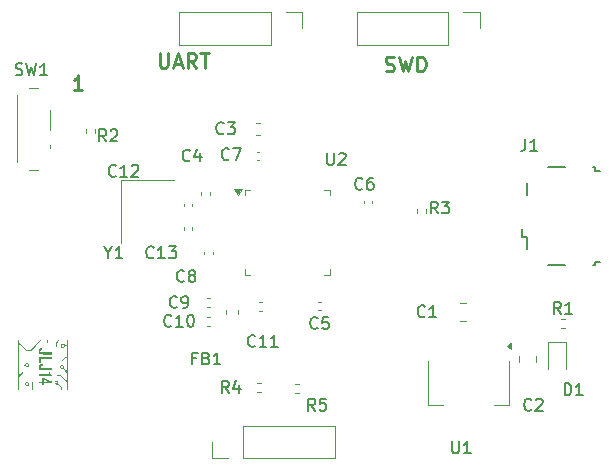
<source format=gbr>
%TF.GenerationSoftware,KiCad,Pcbnew,9.0.1*%
%TF.CreationDate,2025-06-08T22:19:25+02:00*%
%TF.ProjectId,STM32_Custom_Board,53544d33-325f-4437-9573-746f6d5f426f,rev?*%
%TF.SameCoordinates,Original*%
%TF.FileFunction,Legend,Top*%
%TF.FilePolarity,Positive*%
%FSLAX46Y46*%
G04 Gerber Fmt 4.6, Leading zero omitted, Abs format (unit mm)*
G04 Created by KiCad (PCBNEW 9.0.1) date 2025-06-08 22:19:25*
%MOMM*%
%LPD*%
G01*
G04 APERTURE LIST*
%ADD10C,0.250000*%
%ADD11C,0.150000*%
%ADD12C,0.000000*%
%ADD13C,0.120000*%
G04 APERTURE END LIST*
D10*
X74316853Y-64734023D02*
X73602568Y-64734023D01*
X73959711Y-64734023D02*
X73959711Y-63484023D01*
X73959711Y-63484023D02*
X73840663Y-63662595D01*
X73840663Y-63662595D02*
X73721615Y-63781642D01*
X73721615Y-63781642D02*
X73602568Y-63841166D01*
X80862092Y-61584023D02*
X80862092Y-62595928D01*
X80862092Y-62595928D02*
X80921615Y-62714976D01*
X80921615Y-62714976D02*
X80981139Y-62774500D01*
X80981139Y-62774500D02*
X81100187Y-62834023D01*
X81100187Y-62834023D02*
X81338282Y-62834023D01*
X81338282Y-62834023D02*
X81457330Y-62774500D01*
X81457330Y-62774500D02*
X81516853Y-62714976D01*
X81516853Y-62714976D02*
X81576377Y-62595928D01*
X81576377Y-62595928D02*
X81576377Y-61584023D01*
X82112092Y-62476880D02*
X82707330Y-62476880D01*
X81993044Y-62834023D02*
X82409711Y-61584023D01*
X82409711Y-61584023D02*
X82826377Y-62834023D01*
X83957330Y-62834023D02*
X83540664Y-62238785D01*
X83243045Y-62834023D02*
X83243045Y-61584023D01*
X83243045Y-61584023D02*
X83719235Y-61584023D01*
X83719235Y-61584023D02*
X83838283Y-61643547D01*
X83838283Y-61643547D02*
X83897806Y-61703071D01*
X83897806Y-61703071D02*
X83957330Y-61822119D01*
X83957330Y-61822119D02*
X83957330Y-62000690D01*
X83957330Y-62000690D02*
X83897806Y-62119738D01*
X83897806Y-62119738D02*
X83838283Y-62179261D01*
X83838283Y-62179261D02*
X83719235Y-62238785D01*
X83719235Y-62238785D02*
X83243045Y-62238785D01*
X84314473Y-61584023D02*
X85028759Y-61584023D01*
X84671616Y-62834023D02*
X84671616Y-61584023D01*
X100002568Y-63074500D02*
X100181139Y-63134023D01*
X100181139Y-63134023D02*
X100478758Y-63134023D01*
X100478758Y-63134023D02*
X100597806Y-63074500D01*
X100597806Y-63074500D02*
X100657330Y-63014976D01*
X100657330Y-63014976D02*
X100716853Y-62895928D01*
X100716853Y-62895928D02*
X100716853Y-62776880D01*
X100716853Y-62776880D02*
X100657330Y-62657833D01*
X100657330Y-62657833D02*
X100597806Y-62598309D01*
X100597806Y-62598309D02*
X100478758Y-62538785D01*
X100478758Y-62538785D02*
X100240663Y-62479261D01*
X100240663Y-62479261D02*
X100121615Y-62419738D01*
X100121615Y-62419738D02*
X100062092Y-62360214D01*
X100062092Y-62360214D02*
X100002568Y-62241166D01*
X100002568Y-62241166D02*
X100002568Y-62122119D01*
X100002568Y-62122119D02*
X100062092Y-62003071D01*
X100062092Y-62003071D02*
X100121615Y-61943547D01*
X100121615Y-61943547D02*
X100240663Y-61884023D01*
X100240663Y-61884023D02*
X100538282Y-61884023D01*
X100538282Y-61884023D02*
X100716853Y-61943547D01*
X101133520Y-61884023D02*
X101431139Y-63134023D01*
X101431139Y-63134023D02*
X101669234Y-62241166D01*
X101669234Y-62241166D02*
X101907329Y-63134023D01*
X101907329Y-63134023D02*
X102204949Y-61884023D01*
X102681139Y-63134023D02*
X102681139Y-61884023D01*
X102681139Y-61884023D02*
X102978758Y-61884023D01*
X102978758Y-61884023D02*
X103157329Y-61943547D01*
X103157329Y-61943547D02*
X103276377Y-62062595D01*
X103276377Y-62062595D02*
X103335900Y-62181642D01*
X103335900Y-62181642D02*
X103395424Y-62419738D01*
X103395424Y-62419738D02*
X103395424Y-62598309D01*
X103395424Y-62598309D02*
X103335900Y-62836404D01*
X103335900Y-62836404D02*
X103276377Y-62955452D01*
X103276377Y-62955452D02*
X103157329Y-63074500D01*
X103157329Y-63074500D02*
X102978758Y-63134023D01*
X102978758Y-63134023D02*
X102681139Y-63134023D01*
D11*
X105638095Y-94454819D02*
X105638095Y-95264342D01*
X105638095Y-95264342D02*
X105685714Y-95359580D01*
X105685714Y-95359580D02*
X105733333Y-95407200D01*
X105733333Y-95407200D02*
X105828571Y-95454819D01*
X105828571Y-95454819D02*
X106019047Y-95454819D01*
X106019047Y-95454819D02*
X106114285Y-95407200D01*
X106114285Y-95407200D02*
X106161904Y-95359580D01*
X106161904Y-95359580D02*
X106209523Y-95264342D01*
X106209523Y-95264342D02*
X106209523Y-94454819D01*
X107209523Y-95454819D02*
X106638095Y-95454819D01*
X106923809Y-95454819D02*
X106923809Y-94454819D01*
X106923809Y-94454819D02*
X106828571Y-94597676D01*
X106828571Y-94597676D02*
X106733333Y-94692914D01*
X106733333Y-94692914D02*
X106638095Y-94740533D01*
X103333333Y-83859580D02*
X103285714Y-83907200D01*
X103285714Y-83907200D02*
X103142857Y-83954819D01*
X103142857Y-83954819D02*
X103047619Y-83954819D01*
X103047619Y-83954819D02*
X102904762Y-83907200D01*
X102904762Y-83907200D02*
X102809524Y-83811961D01*
X102809524Y-83811961D02*
X102761905Y-83716723D01*
X102761905Y-83716723D02*
X102714286Y-83526247D01*
X102714286Y-83526247D02*
X102714286Y-83383390D01*
X102714286Y-83383390D02*
X102761905Y-83192914D01*
X102761905Y-83192914D02*
X102809524Y-83097676D01*
X102809524Y-83097676D02*
X102904762Y-83002438D01*
X102904762Y-83002438D02*
X103047619Y-82954819D01*
X103047619Y-82954819D02*
X103142857Y-82954819D01*
X103142857Y-82954819D02*
X103285714Y-83002438D01*
X103285714Y-83002438D02*
X103333333Y-83050057D01*
X104285714Y-83954819D02*
X103714286Y-83954819D01*
X104000000Y-83954819D02*
X104000000Y-82954819D01*
X104000000Y-82954819D02*
X103904762Y-83097676D01*
X103904762Y-83097676D02*
X103809524Y-83192914D01*
X103809524Y-83192914D02*
X103714286Y-83240533D01*
X82933333Y-80859580D02*
X82885714Y-80907200D01*
X82885714Y-80907200D02*
X82742857Y-80954819D01*
X82742857Y-80954819D02*
X82647619Y-80954819D01*
X82647619Y-80954819D02*
X82504762Y-80907200D01*
X82504762Y-80907200D02*
X82409524Y-80811961D01*
X82409524Y-80811961D02*
X82361905Y-80716723D01*
X82361905Y-80716723D02*
X82314286Y-80526247D01*
X82314286Y-80526247D02*
X82314286Y-80383390D01*
X82314286Y-80383390D02*
X82361905Y-80192914D01*
X82361905Y-80192914D02*
X82409524Y-80097676D01*
X82409524Y-80097676D02*
X82504762Y-80002438D01*
X82504762Y-80002438D02*
X82647619Y-79954819D01*
X82647619Y-79954819D02*
X82742857Y-79954819D01*
X82742857Y-79954819D02*
X82885714Y-80002438D01*
X82885714Y-80002438D02*
X82933333Y-80050057D01*
X83504762Y-80383390D02*
X83409524Y-80335771D01*
X83409524Y-80335771D02*
X83361905Y-80288152D01*
X83361905Y-80288152D02*
X83314286Y-80192914D01*
X83314286Y-80192914D02*
X83314286Y-80145295D01*
X83314286Y-80145295D02*
X83361905Y-80050057D01*
X83361905Y-80050057D02*
X83409524Y-80002438D01*
X83409524Y-80002438D02*
X83504762Y-79954819D01*
X83504762Y-79954819D02*
X83695238Y-79954819D01*
X83695238Y-79954819D02*
X83790476Y-80002438D01*
X83790476Y-80002438D02*
X83838095Y-80050057D01*
X83838095Y-80050057D02*
X83885714Y-80145295D01*
X83885714Y-80145295D02*
X83885714Y-80192914D01*
X83885714Y-80192914D02*
X83838095Y-80288152D01*
X83838095Y-80288152D02*
X83790476Y-80335771D01*
X83790476Y-80335771D02*
X83695238Y-80383390D01*
X83695238Y-80383390D02*
X83504762Y-80383390D01*
X83504762Y-80383390D02*
X83409524Y-80431009D01*
X83409524Y-80431009D02*
X83361905Y-80478628D01*
X83361905Y-80478628D02*
X83314286Y-80573866D01*
X83314286Y-80573866D02*
X83314286Y-80764342D01*
X83314286Y-80764342D02*
X83361905Y-80859580D01*
X83361905Y-80859580D02*
X83409524Y-80907200D01*
X83409524Y-80907200D02*
X83504762Y-80954819D01*
X83504762Y-80954819D02*
X83695238Y-80954819D01*
X83695238Y-80954819D02*
X83790476Y-80907200D01*
X83790476Y-80907200D02*
X83838095Y-80859580D01*
X83838095Y-80859580D02*
X83885714Y-80764342D01*
X83885714Y-80764342D02*
X83885714Y-80573866D01*
X83885714Y-80573866D02*
X83838095Y-80478628D01*
X83838095Y-80478628D02*
X83790476Y-80431009D01*
X83790476Y-80431009D02*
X83695238Y-80383390D01*
X98033333Y-73059580D02*
X97985714Y-73107200D01*
X97985714Y-73107200D02*
X97842857Y-73154819D01*
X97842857Y-73154819D02*
X97747619Y-73154819D01*
X97747619Y-73154819D02*
X97604762Y-73107200D01*
X97604762Y-73107200D02*
X97509524Y-73011961D01*
X97509524Y-73011961D02*
X97461905Y-72916723D01*
X97461905Y-72916723D02*
X97414286Y-72726247D01*
X97414286Y-72726247D02*
X97414286Y-72583390D01*
X97414286Y-72583390D02*
X97461905Y-72392914D01*
X97461905Y-72392914D02*
X97509524Y-72297676D01*
X97509524Y-72297676D02*
X97604762Y-72202438D01*
X97604762Y-72202438D02*
X97747619Y-72154819D01*
X97747619Y-72154819D02*
X97842857Y-72154819D01*
X97842857Y-72154819D02*
X97985714Y-72202438D01*
X97985714Y-72202438D02*
X98033333Y-72250057D01*
X98890476Y-72154819D02*
X98700000Y-72154819D01*
X98700000Y-72154819D02*
X98604762Y-72202438D01*
X98604762Y-72202438D02*
X98557143Y-72250057D01*
X98557143Y-72250057D02*
X98461905Y-72392914D01*
X98461905Y-72392914D02*
X98414286Y-72583390D01*
X98414286Y-72583390D02*
X98414286Y-72964342D01*
X98414286Y-72964342D02*
X98461905Y-73059580D01*
X98461905Y-73059580D02*
X98509524Y-73107200D01*
X98509524Y-73107200D02*
X98604762Y-73154819D01*
X98604762Y-73154819D02*
X98795238Y-73154819D01*
X98795238Y-73154819D02*
X98890476Y-73107200D01*
X98890476Y-73107200D02*
X98938095Y-73059580D01*
X98938095Y-73059580D02*
X98985714Y-72964342D01*
X98985714Y-72964342D02*
X98985714Y-72726247D01*
X98985714Y-72726247D02*
X98938095Y-72631009D01*
X98938095Y-72631009D02*
X98890476Y-72583390D01*
X98890476Y-72583390D02*
X98795238Y-72535771D01*
X98795238Y-72535771D02*
X98604762Y-72535771D01*
X98604762Y-72535771D02*
X98509524Y-72583390D01*
X98509524Y-72583390D02*
X98461905Y-72631009D01*
X98461905Y-72631009D02*
X98414286Y-72726247D01*
X94033333Y-91854819D02*
X93700000Y-91378628D01*
X93461905Y-91854819D02*
X93461905Y-90854819D01*
X93461905Y-90854819D02*
X93842857Y-90854819D01*
X93842857Y-90854819D02*
X93938095Y-90902438D01*
X93938095Y-90902438D02*
X93985714Y-90950057D01*
X93985714Y-90950057D02*
X94033333Y-91045295D01*
X94033333Y-91045295D02*
X94033333Y-91188152D01*
X94033333Y-91188152D02*
X93985714Y-91283390D01*
X93985714Y-91283390D02*
X93938095Y-91331009D01*
X93938095Y-91331009D02*
X93842857Y-91378628D01*
X93842857Y-91378628D02*
X93461905Y-91378628D01*
X94938095Y-90854819D02*
X94461905Y-90854819D01*
X94461905Y-90854819D02*
X94414286Y-91331009D01*
X94414286Y-91331009D02*
X94461905Y-91283390D01*
X94461905Y-91283390D02*
X94557143Y-91235771D01*
X94557143Y-91235771D02*
X94795238Y-91235771D01*
X94795238Y-91235771D02*
X94890476Y-91283390D01*
X94890476Y-91283390D02*
X94938095Y-91331009D01*
X94938095Y-91331009D02*
X94985714Y-91426247D01*
X94985714Y-91426247D02*
X94985714Y-91664342D01*
X94985714Y-91664342D02*
X94938095Y-91759580D01*
X94938095Y-91759580D02*
X94890476Y-91807200D01*
X94890476Y-91807200D02*
X94795238Y-91854819D01*
X94795238Y-91854819D02*
X94557143Y-91854819D01*
X94557143Y-91854819D02*
X94461905Y-91807200D01*
X94461905Y-91807200D02*
X94414286Y-91759580D01*
X81857142Y-84659580D02*
X81809523Y-84707200D01*
X81809523Y-84707200D02*
X81666666Y-84754819D01*
X81666666Y-84754819D02*
X81571428Y-84754819D01*
X81571428Y-84754819D02*
X81428571Y-84707200D01*
X81428571Y-84707200D02*
X81333333Y-84611961D01*
X81333333Y-84611961D02*
X81285714Y-84516723D01*
X81285714Y-84516723D02*
X81238095Y-84326247D01*
X81238095Y-84326247D02*
X81238095Y-84183390D01*
X81238095Y-84183390D02*
X81285714Y-83992914D01*
X81285714Y-83992914D02*
X81333333Y-83897676D01*
X81333333Y-83897676D02*
X81428571Y-83802438D01*
X81428571Y-83802438D02*
X81571428Y-83754819D01*
X81571428Y-83754819D02*
X81666666Y-83754819D01*
X81666666Y-83754819D02*
X81809523Y-83802438D01*
X81809523Y-83802438D02*
X81857142Y-83850057D01*
X82809523Y-84754819D02*
X82238095Y-84754819D01*
X82523809Y-84754819D02*
X82523809Y-83754819D01*
X82523809Y-83754819D02*
X82428571Y-83897676D01*
X82428571Y-83897676D02*
X82333333Y-83992914D01*
X82333333Y-83992914D02*
X82238095Y-84040533D01*
X83428571Y-83754819D02*
X83523809Y-83754819D01*
X83523809Y-83754819D02*
X83619047Y-83802438D01*
X83619047Y-83802438D02*
X83666666Y-83850057D01*
X83666666Y-83850057D02*
X83714285Y-83945295D01*
X83714285Y-83945295D02*
X83761904Y-84135771D01*
X83761904Y-84135771D02*
X83761904Y-84373866D01*
X83761904Y-84373866D02*
X83714285Y-84564342D01*
X83714285Y-84564342D02*
X83666666Y-84659580D01*
X83666666Y-84659580D02*
X83619047Y-84707200D01*
X83619047Y-84707200D02*
X83523809Y-84754819D01*
X83523809Y-84754819D02*
X83428571Y-84754819D01*
X83428571Y-84754819D02*
X83333333Y-84707200D01*
X83333333Y-84707200D02*
X83285714Y-84659580D01*
X83285714Y-84659580D02*
X83238095Y-84564342D01*
X83238095Y-84564342D02*
X83190476Y-84373866D01*
X83190476Y-84373866D02*
X83190476Y-84135771D01*
X83190476Y-84135771D02*
X83238095Y-83945295D01*
X83238095Y-83945295D02*
X83285714Y-83850057D01*
X83285714Y-83850057D02*
X83333333Y-83802438D01*
X83333333Y-83802438D02*
X83428571Y-83754819D01*
X82333333Y-83059580D02*
X82285714Y-83107200D01*
X82285714Y-83107200D02*
X82142857Y-83154819D01*
X82142857Y-83154819D02*
X82047619Y-83154819D01*
X82047619Y-83154819D02*
X81904762Y-83107200D01*
X81904762Y-83107200D02*
X81809524Y-83011961D01*
X81809524Y-83011961D02*
X81761905Y-82916723D01*
X81761905Y-82916723D02*
X81714286Y-82726247D01*
X81714286Y-82726247D02*
X81714286Y-82583390D01*
X81714286Y-82583390D02*
X81761905Y-82392914D01*
X81761905Y-82392914D02*
X81809524Y-82297676D01*
X81809524Y-82297676D02*
X81904762Y-82202438D01*
X81904762Y-82202438D02*
X82047619Y-82154819D01*
X82047619Y-82154819D02*
X82142857Y-82154819D01*
X82142857Y-82154819D02*
X82285714Y-82202438D01*
X82285714Y-82202438D02*
X82333333Y-82250057D01*
X82809524Y-83154819D02*
X83000000Y-83154819D01*
X83000000Y-83154819D02*
X83095238Y-83107200D01*
X83095238Y-83107200D02*
X83142857Y-83059580D01*
X83142857Y-83059580D02*
X83238095Y-82916723D01*
X83238095Y-82916723D02*
X83285714Y-82726247D01*
X83285714Y-82726247D02*
X83285714Y-82345295D01*
X83285714Y-82345295D02*
X83238095Y-82250057D01*
X83238095Y-82250057D02*
X83190476Y-82202438D01*
X83190476Y-82202438D02*
X83095238Y-82154819D01*
X83095238Y-82154819D02*
X82904762Y-82154819D01*
X82904762Y-82154819D02*
X82809524Y-82202438D01*
X82809524Y-82202438D02*
X82761905Y-82250057D01*
X82761905Y-82250057D02*
X82714286Y-82345295D01*
X82714286Y-82345295D02*
X82714286Y-82583390D01*
X82714286Y-82583390D02*
X82761905Y-82678628D01*
X82761905Y-82678628D02*
X82809524Y-82726247D01*
X82809524Y-82726247D02*
X82904762Y-82773866D01*
X82904762Y-82773866D02*
X83095238Y-82773866D01*
X83095238Y-82773866D02*
X83190476Y-82726247D01*
X83190476Y-82726247D02*
X83238095Y-82678628D01*
X83238095Y-82678628D02*
X83285714Y-82583390D01*
X112333333Y-91759580D02*
X112285714Y-91807200D01*
X112285714Y-91807200D02*
X112142857Y-91854819D01*
X112142857Y-91854819D02*
X112047619Y-91854819D01*
X112047619Y-91854819D02*
X111904762Y-91807200D01*
X111904762Y-91807200D02*
X111809524Y-91711961D01*
X111809524Y-91711961D02*
X111761905Y-91616723D01*
X111761905Y-91616723D02*
X111714286Y-91426247D01*
X111714286Y-91426247D02*
X111714286Y-91283390D01*
X111714286Y-91283390D02*
X111761905Y-91092914D01*
X111761905Y-91092914D02*
X111809524Y-90997676D01*
X111809524Y-90997676D02*
X111904762Y-90902438D01*
X111904762Y-90902438D02*
X112047619Y-90854819D01*
X112047619Y-90854819D02*
X112142857Y-90854819D01*
X112142857Y-90854819D02*
X112285714Y-90902438D01*
X112285714Y-90902438D02*
X112333333Y-90950057D01*
X112714286Y-90950057D02*
X112761905Y-90902438D01*
X112761905Y-90902438D02*
X112857143Y-90854819D01*
X112857143Y-90854819D02*
X113095238Y-90854819D01*
X113095238Y-90854819D02*
X113190476Y-90902438D01*
X113190476Y-90902438D02*
X113238095Y-90950057D01*
X113238095Y-90950057D02*
X113285714Y-91045295D01*
X113285714Y-91045295D02*
X113285714Y-91140533D01*
X113285714Y-91140533D02*
X113238095Y-91283390D01*
X113238095Y-91283390D02*
X112666667Y-91854819D01*
X112666667Y-91854819D02*
X113285714Y-91854819D01*
X86283333Y-68359580D02*
X86235714Y-68407200D01*
X86235714Y-68407200D02*
X86092857Y-68454819D01*
X86092857Y-68454819D02*
X85997619Y-68454819D01*
X85997619Y-68454819D02*
X85854762Y-68407200D01*
X85854762Y-68407200D02*
X85759524Y-68311961D01*
X85759524Y-68311961D02*
X85711905Y-68216723D01*
X85711905Y-68216723D02*
X85664286Y-68026247D01*
X85664286Y-68026247D02*
X85664286Y-67883390D01*
X85664286Y-67883390D02*
X85711905Y-67692914D01*
X85711905Y-67692914D02*
X85759524Y-67597676D01*
X85759524Y-67597676D02*
X85854762Y-67502438D01*
X85854762Y-67502438D02*
X85997619Y-67454819D01*
X85997619Y-67454819D02*
X86092857Y-67454819D01*
X86092857Y-67454819D02*
X86235714Y-67502438D01*
X86235714Y-67502438D02*
X86283333Y-67550057D01*
X86616667Y-67454819D02*
X87235714Y-67454819D01*
X87235714Y-67454819D02*
X86902381Y-67835771D01*
X86902381Y-67835771D02*
X87045238Y-67835771D01*
X87045238Y-67835771D02*
X87140476Y-67883390D01*
X87140476Y-67883390D02*
X87188095Y-67931009D01*
X87188095Y-67931009D02*
X87235714Y-68026247D01*
X87235714Y-68026247D02*
X87235714Y-68264342D01*
X87235714Y-68264342D02*
X87188095Y-68359580D01*
X87188095Y-68359580D02*
X87140476Y-68407200D01*
X87140476Y-68407200D02*
X87045238Y-68454819D01*
X87045238Y-68454819D02*
X86759524Y-68454819D01*
X86759524Y-68454819D02*
X86664286Y-68407200D01*
X86664286Y-68407200D02*
X86616667Y-68359580D01*
X111821666Y-68849819D02*
X111821666Y-69564104D01*
X111821666Y-69564104D02*
X111774047Y-69706961D01*
X111774047Y-69706961D02*
X111678809Y-69802200D01*
X111678809Y-69802200D02*
X111535952Y-69849819D01*
X111535952Y-69849819D02*
X111440714Y-69849819D01*
X112821666Y-69849819D02*
X112250238Y-69849819D01*
X112535952Y-69849819D02*
X112535952Y-68849819D01*
X112535952Y-68849819D02*
X112440714Y-68992676D01*
X112440714Y-68992676D02*
X112345476Y-69087914D01*
X112345476Y-69087914D02*
X112250238Y-69135533D01*
X114833333Y-83654819D02*
X114500000Y-83178628D01*
X114261905Y-83654819D02*
X114261905Y-82654819D01*
X114261905Y-82654819D02*
X114642857Y-82654819D01*
X114642857Y-82654819D02*
X114738095Y-82702438D01*
X114738095Y-82702438D02*
X114785714Y-82750057D01*
X114785714Y-82750057D02*
X114833333Y-82845295D01*
X114833333Y-82845295D02*
X114833333Y-82988152D01*
X114833333Y-82988152D02*
X114785714Y-83083390D01*
X114785714Y-83083390D02*
X114738095Y-83131009D01*
X114738095Y-83131009D02*
X114642857Y-83178628D01*
X114642857Y-83178628D02*
X114261905Y-83178628D01*
X115785714Y-83654819D02*
X115214286Y-83654819D01*
X115500000Y-83654819D02*
X115500000Y-82654819D01*
X115500000Y-82654819D02*
X115404762Y-82797676D01*
X115404762Y-82797676D02*
X115309524Y-82892914D01*
X115309524Y-82892914D02*
X115214286Y-82940533D01*
X86733333Y-90354819D02*
X86400000Y-89878628D01*
X86161905Y-90354819D02*
X86161905Y-89354819D01*
X86161905Y-89354819D02*
X86542857Y-89354819D01*
X86542857Y-89354819D02*
X86638095Y-89402438D01*
X86638095Y-89402438D02*
X86685714Y-89450057D01*
X86685714Y-89450057D02*
X86733333Y-89545295D01*
X86733333Y-89545295D02*
X86733333Y-89688152D01*
X86733333Y-89688152D02*
X86685714Y-89783390D01*
X86685714Y-89783390D02*
X86638095Y-89831009D01*
X86638095Y-89831009D02*
X86542857Y-89878628D01*
X86542857Y-89878628D02*
X86161905Y-89878628D01*
X87590476Y-89688152D02*
X87590476Y-90354819D01*
X87352381Y-89307200D02*
X87114286Y-90021485D01*
X87114286Y-90021485D02*
X87733333Y-90021485D01*
X95038095Y-70054819D02*
X95038095Y-70864342D01*
X95038095Y-70864342D02*
X95085714Y-70959580D01*
X95085714Y-70959580D02*
X95133333Y-71007200D01*
X95133333Y-71007200D02*
X95228571Y-71054819D01*
X95228571Y-71054819D02*
X95419047Y-71054819D01*
X95419047Y-71054819D02*
X95514285Y-71007200D01*
X95514285Y-71007200D02*
X95561904Y-70959580D01*
X95561904Y-70959580D02*
X95609523Y-70864342D01*
X95609523Y-70864342D02*
X95609523Y-70054819D01*
X96038095Y-70150057D02*
X96085714Y-70102438D01*
X96085714Y-70102438D02*
X96180952Y-70054819D01*
X96180952Y-70054819D02*
X96419047Y-70054819D01*
X96419047Y-70054819D02*
X96514285Y-70102438D01*
X96514285Y-70102438D02*
X96561904Y-70150057D01*
X96561904Y-70150057D02*
X96609523Y-70245295D01*
X96609523Y-70245295D02*
X96609523Y-70340533D01*
X96609523Y-70340533D02*
X96561904Y-70483390D01*
X96561904Y-70483390D02*
X95990476Y-71054819D01*
X95990476Y-71054819D02*
X96609523Y-71054819D01*
X80357142Y-78859580D02*
X80309523Y-78907200D01*
X80309523Y-78907200D02*
X80166666Y-78954819D01*
X80166666Y-78954819D02*
X80071428Y-78954819D01*
X80071428Y-78954819D02*
X79928571Y-78907200D01*
X79928571Y-78907200D02*
X79833333Y-78811961D01*
X79833333Y-78811961D02*
X79785714Y-78716723D01*
X79785714Y-78716723D02*
X79738095Y-78526247D01*
X79738095Y-78526247D02*
X79738095Y-78383390D01*
X79738095Y-78383390D02*
X79785714Y-78192914D01*
X79785714Y-78192914D02*
X79833333Y-78097676D01*
X79833333Y-78097676D02*
X79928571Y-78002438D01*
X79928571Y-78002438D02*
X80071428Y-77954819D01*
X80071428Y-77954819D02*
X80166666Y-77954819D01*
X80166666Y-77954819D02*
X80309523Y-78002438D01*
X80309523Y-78002438D02*
X80357142Y-78050057D01*
X81309523Y-78954819D02*
X80738095Y-78954819D01*
X81023809Y-78954819D02*
X81023809Y-77954819D01*
X81023809Y-77954819D02*
X80928571Y-78097676D01*
X80928571Y-78097676D02*
X80833333Y-78192914D01*
X80833333Y-78192914D02*
X80738095Y-78240533D01*
X81642857Y-77954819D02*
X82261904Y-77954819D01*
X82261904Y-77954819D02*
X81928571Y-78335771D01*
X81928571Y-78335771D02*
X82071428Y-78335771D01*
X82071428Y-78335771D02*
X82166666Y-78383390D01*
X82166666Y-78383390D02*
X82214285Y-78431009D01*
X82214285Y-78431009D02*
X82261904Y-78526247D01*
X82261904Y-78526247D02*
X82261904Y-78764342D01*
X82261904Y-78764342D02*
X82214285Y-78859580D01*
X82214285Y-78859580D02*
X82166666Y-78907200D01*
X82166666Y-78907200D02*
X82071428Y-78954819D01*
X82071428Y-78954819D02*
X81785714Y-78954819D01*
X81785714Y-78954819D02*
X81690476Y-78907200D01*
X81690476Y-78907200D02*
X81642857Y-78859580D01*
X76523809Y-78478628D02*
X76523809Y-78954819D01*
X76190476Y-77954819D02*
X76523809Y-78478628D01*
X76523809Y-78478628D02*
X76857142Y-77954819D01*
X77714285Y-78954819D02*
X77142857Y-78954819D01*
X77428571Y-78954819D02*
X77428571Y-77954819D01*
X77428571Y-77954819D02*
X77333333Y-78097676D01*
X77333333Y-78097676D02*
X77238095Y-78192914D01*
X77238095Y-78192914D02*
X77142857Y-78240533D01*
X77157142Y-71959580D02*
X77109523Y-72007200D01*
X77109523Y-72007200D02*
X76966666Y-72054819D01*
X76966666Y-72054819D02*
X76871428Y-72054819D01*
X76871428Y-72054819D02*
X76728571Y-72007200D01*
X76728571Y-72007200D02*
X76633333Y-71911961D01*
X76633333Y-71911961D02*
X76585714Y-71816723D01*
X76585714Y-71816723D02*
X76538095Y-71626247D01*
X76538095Y-71626247D02*
X76538095Y-71483390D01*
X76538095Y-71483390D02*
X76585714Y-71292914D01*
X76585714Y-71292914D02*
X76633333Y-71197676D01*
X76633333Y-71197676D02*
X76728571Y-71102438D01*
X76728571Y-71102438D02*
X76871428Y-71054819D01*
X76871428Y-71054819D02*
X76966666Y-71054819D01*
X76966666Y-71054819D02*
X77109523Y-71102438D01*
X77109523Y-71102438D02*
X77157142Y-71150057D01*
X78109523Y-72054819D02*
X77538095Y-72054819D01*
X77823809Y-72054819D02*
X77823809Y-71054819D01*
X77823809Y-71054819D02*
X77728571Y-71197676D01*
X77728571Y-71197676D02*
X77633333Y-71292914D01*
X77633333Y-71292914D02*
X77538095Y-71340533D01*
X78490476Y-71150057D02*
X78538095Y-71102438D01*
X78538095Y-71102438D02*
X78633333Y-71054819D01*
X78633333Y-71054819D02*
X78871428Y-71054819D01*
X78871428Y-71054819D02*
X78966666Y-71102438D01*
X78966666Y-71102438D02*
X79014285Y-71150057D01*
X79014285Y-71150057D02*
X79061904Y-71245295D01*
X79061904Y-71245295D02*
X79061904Y-71340533D01*
X79061904Y-71340533D02*
X79014285Y-71483390D01*
X79014285Y-71483390D02*
X78442857Y-72054819D01*
X78442857Y-72054819D02*
X79061904Y-72054819D01*
X88957142Y-86359580D02*
X88909523Y-86407200D01*
X88909523Y-86407200D02*
X88766666Y-86454819D01*
X88766666Y-86454819D02*
X88671428Y-86454819D01*
X88671428Y-86454819D02*
X88528571Y-86407200D01*
X88528571Y-86407200D02*
X88433333Y-86311961D01*
X88433333Y-86311961D02*
X88385714Y-86216723D01*
X88385714Y-86216723D02*
X88338095Y-86026247D01*
X88338095Y-86026247D02*
X88338095Y-85883390D01*
X88338095Y-85883390D02*
X88385714Y-85692914D01*
X88385714Y-85692914D02*
X88433333Y-85597676D01*
X88433333Y-85597676D02*
X88528571Y-85502438D01*
X88528571Y-85502438D02*
X88671428Y-85454819D01*
X88671428Y-85454819D02*
X88766666Y-85454819D01*
X88766666Y-85454819D02*
X88909523Y-85502438D01*
X88909523Y-85502438D02*
X88957142Y-85550057D01*
X89909523Y-86454819D02*
X89338095Y-86454819D01*
X89623809Y-86454819D02*
X89623809Y-85454819D01*
X89623809Y-85454819D02*
X89528571Y-85597676D01*
X89528571Y-85597676D02*
X89433333Y-85692914D01*
X89433333Y-85692914D02*
X89338095Y-85740533D01*
X90861904Y-86454819D02*
X90290476Y-86454819D01*
X90576190Y-86454819D02*
X90576190Y-85454819D01*
X90576190Y-85454819D02*
X90480952Y-85597676D01*
X90480952Y-85597676D02*
X90385714Y-85692914D01*
X90385714Y-85692914D02*
X90290476Y-85740533D01*
X83433333Y-70659580D02*
X83385714Y-70707200D01*
X83385714Y-70707200D02*
X83242857Y-70754819D01*
X83242857Y-70754819D02*
X83147619Y-70754819D01*
X83147619Y-70754819D02*
X83004762Y-70707200D01*
X83004762Y-70707200D02*
X82909524Y-70611961D01*
X82909524Y-70611961D02*
X82861905Y-70516723D01*
X82861905Y-70516723D02*
X82814286Y-70326247D01*
X82814286Y-70326247D02*
X82814286Y-70183390D01*
X82814286Y-70183390D02*
X82861905Y-69992914D01*
X82861905Y-69992914D02*
X82909524Y-69897676D01*
X82909524Y-69897676D02*
X83004762Y-69802438D01*
X83004762Y-69802438D02*
X83147619Y-69754819D01*
X83147619Y-69754819D02*
X83242857Y-69754819D01*
X83242857Y-69754819D02*
X83385714Y-69802438D01*
X83385714Y-69802438D02*
X83433333Y-69850057D01*
X84290476Y-70088152D02*
X84290476Y-70754819D01*
X84052381Y-69707200D02*
X83814286Y-70421485D01*
X83814286Y-70421485D02*
X84433333Y-70421485D01*
X76333333Y-69054819D02*
X76000000Y-68578628D01*
X75761905Y-69054819D02*
X75761905Y-68054819D01*
X75761905Y-68054819D02*
X76142857Y-68054819D01*
X76142857Y-68054819D02*
X76238095Y-68102438D01*
X76238095Y-68102438D02*
X76285714Y-68150057D01*
X76285714Y-68150057D02*
X76333333Y-68245295D01*
X76333333Y-68245295D02*
X76333333Y-68388152D01*
X76333333Y-68388152D02*
X76285714Y-68483390D01*
X76285714Y-68483390D02*
X76238095Y-68531009D01*
X76238095Y-68531009D02*
X76142857Y-68578628D01*
X76142857Y-68578628D02*
X75761905Y-68578628D01*
X76714286Y-68150057D02*
X76761905Y-68102438D01*
X76761905Y-68102438D02*
X76857143Y-68054819D01*
X76857143Y-68054819D02*
X77095238Y-68054819D01*
X77095238Y-68054819D02*
X77190476Y-68102438D01*
X77190476Y-68102438D02*
X77238095Y-68150057D01*
X77238095Y-68150057D02*
X77285714Y-68245295D01*
X77285714Y-68245295D02*
X77285714Y-68340533D01*
X77285714Y-68340533D02*
X77238095Y-68483390D01*
X77238095Y-68483390D02*
X76666667Y-69054819D01*
X76666667Y-69054819D02*
X77285714Y-69054819D01*
X104433333Y-75154819D02*
X104100000Y-74678628D01*
X103861905Y-75154819D02*
X103861905Y-74154819D01*
X103861905Y-74154819D02*
X104242857Y-74154819D01*
X104242857Y-74154819D02*
X104338095Y-74202438D01*
X104338095Y-74202438D02*
X104385714Y-74250057D01*
X104385714Y-74250057D02*
X104433333Y-74345295D01*
X104433333Y-74345295D02*
X104433333Y-74488152D01*
X104433333Y-74488152D02*
X104385714Y-74583390D01*
X104385714Y-74583390D02*
X104338095Y-74631009D01*
X104338095Y-74631009D02*
X104242857Y-74678628D01*
X104242857Y-74678628D02*
X103861905Y-74678628D01*
X104766667Y-74154819D02*
X105385714Y-74154819D01*
X105385714Y-74154819D02*
X105052381Y-74535771D01*
X105052381Y-74535771D02*
X105195238Y-74535771D01*
X105195238Y-74535771D02*
X105290476Y-74583390D01*
X105290476Y-74583390D02*
X105338095Y-74631009D01*
X105338095Y-74631009D02*
X105385714Y-74726247D01*
X105385714Y-74726247D02*
X105385714Y-74964342D01*
X105385714Y-74964342D02*
X105338095Y-75059580D01*
X105338095Y-75059580D02*
X105290476Y-75107200D01*
X105290476Y-75107200D02*
X105195238Y-75154819D01*
X105195238Y-75154819D02*
X104909524Y-75154819D01*
X104909524Y-75154819D02*
X104814286Y-75107200D01*
X104814286Y-75107200D02*
X104766667Y-75059580D01*
X86733333Y-70559580D02*
X86685714Y-70607200D01*
X86685714Y-70607200D02*
X86542857Y-70654819D01*
X86542857Y-70654819D02*
X86447619Y-70654819D01*
X86447619Y-70654819D02*
X86304762Y-70607200D01*
X86304762Y-70607200D02*
X86209524Y-70511961D01*
X86209524Y-70511961D02*
X86161905Y-70416723D01*
X86161905Y-70416723D02*
X86114286Y-70226247D01*
X86114286Y-70226247D02*
X86114286Y-70083390D01*
X86114286Y-70083390D02*
X86161905Y-69892914D01*
X86161905Y-69892914D02*
X86209524Y-69797676D01*
X86209524Y-69797676D02*
X86304762Y-69702438D01*
X86304762Y-69702438D02*
X86447619Y-69654819D01*
X86447619Y-69654819D02*
X86542857Y-69654819D01*
X86542857Y-69654819D02*
X86685714Y-69702438D01*
X86685714Y-69702438D02*
X86733333Y-69750057D01*
X87066667Y-69654819D02*
X87733333Y-69654819D01*
X87733333Y-69654819D02*
X87304762Y-70654819D01*
X115161905Y-90554819D02*
X115161905Y-89554819D01*
X115161905Y-89554819D02*
X115400000Y-89554819D01*
X115400000Y-89554819D02*
X115542857Y-89602438D01*
X115542857Y-89602438D02*
X115638095Y-89697676D01*
X115638095Y-89697676D02*
X115685714Y-89792914D01*
X115685714Y-89792914D02*
X115733333Y-89983390D01*
X115733333Y-89983390D02*
X115733333Y-90126247D01*
X115733333Y-90126247D02*
X115685714Y-90316723D01*
X115685714Y-90316723D02*
X115638095Y-90411961D01*
X115638095Y-90411961D02*
X115542857Y-90507200D01*
X115542857Y-90507200D02*
X115400000Y-90554819D01*
X115400000Y-90554819D02*
X115161905Y-90554819D01*
X116685714Y-90554819D02*
X116114286Y-90554819D01*
X116400000Y-90554819D02*
X116400000Y-89554819D01*
X116400000Y-89554819D02*
X116304762Y-89697676D01*
X116304762Y-89697676D02*
X116209524Y-89792914D01*
X116209524Y-89792914D02*
X116114286Y-89840533D01*
X83966666Y-87431009D02*
X83633333Y-87431009D01*
X83633333Y-87954819D02*
X83633333Y-86954819D01*
X83633333Y-86954819D02*
X84109523Y-86954819D01*
X84823809Y-87431009D02*
X84966666Y-87478628D01*
X84966666Y-87478628D02*
X85014285Y-87526247D01*
X85014285Y-87526247D02*
X85061904Y-87621485D01*
X85061904Y-87621485D02*
X85061904Y-87764342D01*
X85061904Y-87764342D02*
X85014285Y-87859580D01*
X85014285Y-87859580D02*
X84966666Y-87907200D01*
X84966666Y-87907200D02*
X84871428Y-87954819D01*
X84871428Y-87954819D02*
X84490476Y-87954819D01*
X84490476Y-87954819D02*
X84490476Y-86954819D01*
X84490476Y-86954819D02*
X84823809Y-86954819D01*
X84823809Y-86954819D02*
X84919047Y-87002438D01*
X84919047Y-87002438D02*
X84966666Y-87050057D01*
X84966666Y-87050057D02*
X85014285Y-87145295D01*
X85014285Y-87145295D02*
X85014285Y-87240533D01*
X85014285Y-87240533D02*
X84966666Y-87335771D01*
X84966666Y-87335771D02*
X84919047Y-87383390D01*
X84919047Y-87383390D02*
X84823809Y-87431009D01*
X84823809Y-87431009D02*
X84490476Y-87431009D01*
X86014285Y-87954819D02*
X85442857Y-87954819D01*
X85728571Y-87954819D02*
X85728571Y-86954819D01*
X85728571Y-86954819D02*
X85633333Y-87097676D01*
X85633333Y-87097676D02*
X85538095Y-87192914D01*
X85538095Y-87192914D02*
X85442857Y-87240533D01*
X94233333Y-84859580D02*
X94185714Y-84907200D01*
X94185714Y-84907200D02*
X94042857Y-84954819D01*
X94042857Y-84954819D02*
X93947619Y-84954819D01*
X93947619Y-84954819D02*
X93804762Y-84907200D01*
X93804762Y-84907200D02*
X93709524Y-84811961D01*
X93709524Y-84811961D02*
X93661905Y-84716723D01*
X93661905Y-84716723D02*
X93614286Y-84526247D01*
X93614286Y-84526247D02*
X93614286Y-84383390D01*
X93614286Y-84383390D02*
X93661905Y-84192914D01*
X93661905Y-84192914D02*
X93709524Y-84097676D01*
X93709524Y-84097676D02*
X93804762Y-84002438D01*
X93804762Y-84002438D02*
X93947619Y-83954819D01*
X93947619Y-83954819D02*
X94042857Y-83954819D01*
X94042857Y-83954819D02*
X94185714Y-84002438D01*
X94185714Y-84002438D02*
X94233333Y-84050057D01*
X95138095Y-83954819D02*
X94661905Y-83954819D01*
X94661905Y-83954819D02*
X94614286Y-84431009D01*
X94614286Y-84431009D02*
X94661905Y-84383390D01*
X94661905Y-84383390D02*
X94757143Y-84335771D01*
X94757143Y-84335771D02*
X94995238Y-84335771D01*
X94995238Y-84335771D02*
X95090476Y-84383390D01*
X95090476Y-84383390D02*
X95138095Y-84431009D01*
X95138095Y-84431009D02*
X95185714Y-84526247D01*
X95185714Y-84526247D02*
X95185714Y-84764342D01*
X95185714Y-84764342D02*
X95138095Y-84859580D01*
X95138095Y-84859580D02*
X95090476Y-84907200D01*
X95090476Y-84907200D02*
X94995238Y-84954819D01*
X94995238Y-84954819D02*
X94757143Y-84954819D01*
X94757143Y-84954819D02*
X94661905Y-84907200D01*
X94661905Y-84907200D02*
X94614286Y-84859580D01*
X68666667Y-63407200D02*
X68809524Y-63454819D01*
X68809524Y-63454819D02*
X69047619Y-63454819D01*
X69047619Y-63454819D02*
X69142857Y-63407200D01*
X69142857Y-63407200D02*
X69190476Y-63359580D01*
X69190476Y-63359580D02*
X69238095Y-63264342D01*
X69238095Y-63264342D02*
X69238095Y-63169104D01*
X69238095Y-63169104D02*
X69190476Y-63073866D01*
X69190476Y-63073866D02*
X69142857Y-63026247D01*
X69142857Y-63026247D02*
X69047619Y-62978628D01*
X69047619Y-62978628D02*
X68857143Y-62931009D01*
X68857143Y-62931009D02*
X68761905Y-62883390D01*
X68761905Y-62883390D02*
X68714286Y-62835771D01*
X68714286Y-62835771D02*
X68666667Y-62740533D01*
X68666667Y-62740533D02*
X68666667Y-62645295D01*
X68666667Y-62645295D02*
X68714286Y-62550057D01*
X68714286Y-62550057D02*
X68761905Y-62502438D01*
X68761905Y-62502438D02*
X68857143Y-62454819D01*
X68857143Y-62454819D02*
X69095238Y-62454819D01*
X69095238Y-62454819D02*
X69238095Y-62502438D01*
X69571429Y-62454819D02*
X69809524Y-63454819D01*
X69809524Y-63454819D02*
X70000000Y-62740533D01*
X70000000Y-62740533D02*
X70190476Y-63454819D01*
X70190476Y-63454819D02*
X70428572Y-62454819D01*
X71333333Y-63454819D02*
X70761905Y-63454819D01*
X71047619Y-63454819D02*
X71047619Y-62454819D01*
X71047619Y-62454819D02*
X70952381Y-62597676D01*
X70952381Y-62597676D02*
X70857143Y-62692914D01*
X70857143Y-62692914D02*
X70761905Y-62740533D01*
D12*
%TO.C,G\u002A\u002A\u002A*%
G36*
X72076147Y-85859349D02*
G01*
X72174573Y-85859368D01*
X72267054Y-85859397D01*
X72353123Y-85859437D01*
X72432315Y-85859488D01*
X72504163Y-85859549D01*
X72568202Y-85859620D01*
X72623967Y-85859701D01*
X72670992Y-85859793D01*
X72708810Y-85859896D01*
X72715392Y-85859918D01*
X73060912Y-85861138D01*
X73114632Y-85861328D01*
X73114632Y-87995305D01*
X73114632Y-90129283D01*
X71000000Y-90129283D01*
X68885368Y-90129283D01*
X68885368Y-87995315D01*
X68885368Y-87986817D01*
X69551282Y-87986817D01*
X69551668Y-88014770D01*
X69557133Y-88033121D01*
X69572251Y-88059090D01*
X69591988Y-88078090D01*
X69614949Y-88090400D01*
X69639737Y-88096300D01*
X69664957Y-88096070D01*
X69689212Y-88089989D01*
X69711105Y-88078337D01*
X69729242Y-88061394D01*
X69742225Y-88039439D01*
X69748659Y-88012751D01*
X69748806Y-87994735D01*
X69742424Y-87965256D01*
X69728898Y-87940813D01*
X69709750Y-87921940D01*
X69686504Y-87909171D01*
X69660681Y-87903039D01*
X69633805Y-87904079D01*
X69607399Y-87912824D01*
X69582986Y-87929807D01*
X69577899Y-87934844D01*
X69560117Y-87959740D01*
X69551282Y-87986817D01*
X68885368Y-87986817D01*
X68885368Y-86138120D01*
X68939089Y-86138120D01*
X68939089Y-87049525D01*
X68939089Y-87960930D01*
X69193507Y-87960930D01*
X69251707Y-87960961D01*
X69300957Y-87960971D01*
X69342071Y-87960836D01*
X69375866Y-87960430D01*
X69403157Y-87959631D01*
X69424761Y-87958312D01*
X69441492Y-87956351D01*
X69454168Y-87953623D01*
X69463604Y-87950002D01*
X69470615Y-87945366D01*
X69476018Y-87939589D01*
X69480628Y-87932547D01*
X69485261Y-87924116D01*
X69489834Y-87915751D01*
X69512024Y-87885027D01*
X69540963Y-87857833D01*
X69573663Y-87836913D01*
X69577995Y-87834815D01*
X69593778Y-87828211D01*
X69608516Y-87824275D01*
X69625776Y-87822362D01*
X69649126Y-87821824D01*
X69649766Y-87821822D01*
X69660681Y-87821973D01*
X69672178Y-87822133D01*
X69688471Y-87823659D01*
X69702282Y-87827154D01*
X69717248Y-87833370D01*
X69726062Y-87837617D01*
X69761687Y-87860466D01*
X69790922Y-87890499D01*
X69812484Y-87925889D01*
X69819107Y-87941579D01*
X69823049Y-87956132D01*
X69824957Y-87973110D01*
X69825475Y-87996074D01*
X69825476Y-87997558D01*
X69825037Y-88020731D01*
X69823254Y-88037861D01*
X69819427Y-88052649D01*
X69812858Y-88068797D01*
X69811440Y-88071899D01*
X69792786Y-88102433D01*
X69767132Y-88130546D01*
X69737237Y-88153446D01*
X69722919Y-88161414D01*
X69710231Y-88167002D01*
X69697902Y-88170546D01*
X69683128Y-88172488D01*
X69663101Y-88173272D01*
X69647222Y-88173370D01*
X69622845Y-88173089D01*
X69605551Y-88171964D01*
X69592665Y-88169568D01*
X69581511Y-88165478D01*
X69573967Y-88161732D01*
X69541008Y-88141039D01*
X69514484Y-88116424D01*
X69492535Y-88087108D01*
X69481014Y-88070412D01*
X69469983Y-88056307D01*
X69461538Y-88047437D01*
X69460451Y-88046598D01*
X69457048Y-88044909D01*
X69451542Y-88043487D01*
X69443145Y-88042311D01*
X69431070Y-88041358D01*
X69414530Y-88040607D01*
X69392736Y-88040034D01*
X69364902Y-88039617D01*
X69330240Y-88039335D01*
X69287962Y-88039165D01*
X69237280Y-88039084D01*
X69194395Y-88039069D01*
X68939089Y-88039069D01*
X68939089Y-88481042D01*
X68939127Y-88545818D01*
X68939236Y-88607737D01*
X68939413Y-88666111D01*
X68939650Y-88720252D01*
X68939943Y-88769473D01*
X68940286Y-88813088D01*
X68940673Y-88850408D01*
X68941100Y-88880747D01*
X68941561Y-88903417D01*
X68942050Y-88917730D01*
X68942562Y-88923001D01*
X68942590Y-88923015D01*
X68946637Y-88919666D01*
X68956902Y-88910064D01*
X68972706Y-88894871D01*
X68993373Y-88874750D01*
X69018224Y-88850364D01*
X69046582Y-88822376D01*
X69077768Y-88791450D01*
X69111104Y-88758249D01*
X69114980Y-88754380D01*
X69154285Y-88715199D01*
X69187346Y-88682416D01*
X69214774Y-88655469D01*
X69237177Y-88633798D01*
X69255167Y-88616840D01*
X69269353Y-88604035D01*
X69280346Y-88594822D01*
X69288754Y-88588640D01*
X69295190Y-88584926D01*
X69300261Y-88583121D01*
X69301392Y-88582901D01*
X69319210Y-88584060D01*
X69332192Y-88593119D01*
X69338924Y-88608829D01*
X69339550Y-88616586D01*
X69339070Y-88620441D01*
X69337284Y-88625091D01*
X69333674Y-88631096D01*
X69327722Y-88639015D01*
X69318911Y-88649406D01*
X69306724Y-88662828D01*
X69290641Y-88679839D01*
X69270145Y-88701000D01*
X69244720Y-88726868D01*
X69213846Y-88758001D01*
X69177006Y-88794960D01*
X69139320Y-88832667D01*
X68939089Y-89032853D01*
X68939089Y-89554207D01*
X68939089Y-90075562D01*
X69512921Y-90075562D01*
X70086753Y-90075562D01*
X70086753Y-89756340D01*
X70086758Y-89692694D01*
X70086790Y-89638089D01*
X70086869Y-89591799D01*
X70087018Y-89553099D01*
X70087259Y-89521262D01*
X70087615Y-89495563D01*
X70088107Y-89475275D01*
X70088758Y-89459673D01*
X70089589Y-89448030D01*
X70090623Y-89439621D01*
X70091882Y-89433719D01*
X70093388Y-89429599D01*
X70095163Y-89426535D01*
X70096875Y-89424250D01*
X70110679Y-89413513D01*
X70126757Y-89411081D01*
X70142241Y-89416954D01*
X70149886Y-89424250D01*
X70151904Y-89426989D01*
X70153634Y-89430175D01*
X70155099Y-89434534D01*
X70156320Y-89440792D01*
X70157320Y-89449675D01*
X70158120Y-89461909D01*
X70158743Y-89478220D01*
X70159212Y-89499334D01*
X70159548Y-89525977D01*
X70159773Y-89558874D01*
X70159909Y-89598752D01*
X70159979Y-89646338D01*
X70160005Y-89702356D01*
X70160008Y-89756340D01*
X70160008Y-90075562D01*
X71324765Y-90075562D01*
X72489522Y-90075562D01*
X72489522Y-89966278D01*
X72489522Y-89856994D01*
X72362446Y-89733888D01*
X72235370Y-89610781D01*
X72219598Y-89621313D01*
X72193227Y-89637224D01*
X72169640Y-89647021D01*
X72145138Y-89651893D01*
X72120804Y-89653051D01*
X72098470Y-89652493D01*
X72081742Y-89650162D01*
X72066506Y-89645221D01*
X72053885Y-89639448D01*
X72021194Y-89618329D01*
X71995338Y-89591140D01*
X71976910Y-89559229D01*
X71966499Y-89523941D01*
X71965477Y-89502777D01*
X72045249Y-89502777D01*
X72049957Y-89526336D01*
X72056102Y-89538856D01*
X72070426Y-89554247D01*
X72089503Y-89566597D01*
X72110019Y-89574272D01*
X72128661Y-89575633D01*
X72130063Y-89575403D01*
X72155461Y-89565862D01*
X72176884Y-89548281D01*
X72190701Y-89527806D01*
X72198661Y-89503719D01*
X72197447Y-89480718D01*
X72186928Y-89457137D01*
X72184908Y-89453997D01*
X72171321Y-89439790D01*
X72152281Y-89427361D01*
X72131723Y-89418866D01*
X72116106Y-89416346D01*
X72096843Y-89420463D01*
X72077128Y-89431057D01*
X72060698Y-89445781D01*
X72054162Y-89455259D01*
X72046621Y-89477795D01*
X72045249Y-89502777D01*
X71965477Y-89502777D01*
X71964697Y-89486624D01*
X71971278Y-89451237D01*
X71986068Y-89417491D01*
X72007976Y-89387722D01*
X72035249Y-89363976D01*
X72055997Y-89352299D01*
X72082847Y-89344024D01*
X72114006Y-89340262D01*
X72116106Y-89340314D01*
X72145822Y-89341044D01*
X72174644Y-89346402D01*
X72187592Y-89351170D01*
X72217050Y-89369284D01*
X72243715Y-89394182D01*
X72264539Y-89422887D01*
X72268435Y-89430226D01*
X72275193Y-89445407D01*
X72279380Y-89459547D01*
X72281654Y-89476015D01*
X72282672Y-89498180D01*
X72282786Y-89503740D01*
X72283606Y-89549704D01*
X72423192Y-89689351D01*
X72562777Y-89828999D01*
X72562777Y-89952280D01*
X72562777Y-90075562D01*
X72811844Y-90075562D01*
X73060912Y-90075562D01*
X73060912Y-89792372D01*
X73060912Y-89509182D01*
X72773996Y-89223586D01*
X72487080Y-88937990D01*
X72329581Y-88937828D01*
X72286137Y-88937759D01*
X72251405Y-88937609D01*
X72224328Y-88937317D01*
X72203851Y-88936818D01*
X72188918Y-88936051D01*
X72178473Y-88934953D01*
X72171460Y-88933461D01*
X72166824Y-88931512D01*
X72163508Y-88929044D01*
X72162315Y-88927898D01*
X72154095Y-88913442D01*
X72153774Y-88896748D01*
X72161336Y-88881303D01*
X72162505Y-88879982D01*
X72165316Y-88877173D01*
X72168640Y-88874905D01*
X72173475Y-88873121D01*
X72180819Y-88871761D01*
X72191671Y-88870769D01*
X72207028Y-88870087D01*
X72227889Y-88869656D01*
X72255252Y-88869419D01*
X72290115Y-88869318D01*
X72333476Y-88869294D01*
X72346848Y-88869294D01*
X72521233Y-88869294D01*
X72791072Y-89139101D01*
X73060912Y-89408907D01*
X73061020Y-89027997D01*
X73061128Y-88647087D01*
X72887841Y-88474937D01*
X72844728Y-88432302D01*
X72806931Y-88395328D01*
X72774683Y-88364236D01*
X72748217Y-88339244D01*
X72727765Y-88320570D01*
X72713559Y-88308434D01*
X72705833Y-88303054D01*
X72704874Y-88302788D01*
X72694324Y-88305186D01*
X72681054Y-88311073D01*
X72679043Y-88312205D01*
X72665116Y-88318308D01*
X72646422Y-88324017D01*
X72633289Y-88326904D01*
X72594411Y-88329172D01*
X72556707Y-88322534D01*
X72521777Y-88307661D01*
X72491223Y-88285227D01*
X72467522Y-88257245D01*
X72448916Y-88221064D01*
X72439413Y-88183688D01*
X72438944Y-88160482D01*
X72518730Y-88160482D01*
X72522237Y-88187885D01*
X72525403Y-88196725D01*
X72536982Y-88215184D01*
X72554290Y-88232267D01*
X72574114Y-88245313D01*
X72591405Y-88251395D01*
X72616252Y-88252751D01*
X72637521Y-88246786D01*
X72657764Y-88233345D01*
X72677764Y-88211405D01*
X72689977Y-88185973D01*
X72693945Y-88158922D01*
X72689207Y-88132130D01*
X72684979Y-88122308D01*
X72670535Y-88101360D01*
X72651596Y-88087749D01*
X72626613Y-88080561D01*
X72611723Y-88079108D01*
X72592998Y-88078699D01*
X72579924Y-88080464D01*
X72568465Y-88085307D01*
X72559648Y-88090745D01*
X72537989Y-88110200D01*
X72524165Y-88134017D01*
X72518730Y-88160482D01*
X72438944Y-88160482D01*
X72438659Y-88146361D01*
X72446301Y-88110326D01*
X72461983Y-88076828D01*
X72485351Y-88047111D01*
X72516052Y-88022418D01*
X72537772Y-88010565D01*
X72571963Y-87999800D01*
X72592998Y-87998237D01*
X72609052Y-87997044D01*
X72646382Y-88002270D01*
X72674083Y-88011927D01*
X72705626Y-88031107D01*
X72733203Y-88057174D01*
X72754565Y-88087748D01*
X72763084Y-88106236D01*
X72768741Y-88123632D01*
X72771484Y-88139821D01*
X72771812Y-88158989D01*
X72771075Y-88173370D01*
X72769413Y-88194393D01*
X72767376Y-88213751D01*
X72765373Y-88227649D01*
X72765134Y-88228866D01*
X72764435Y-88233068D01*
X72764585Y-88237238D01*
X72766192Y-88242073D01*
X72769865Y-88248272D01*
X72776210Y-88256530D01*
X72785838Y-88267545D01*
X72799355Y-88282014D01*
X72817370Y-88300635D01*
X72840491Y-88324105D01*
X72869326Y-88353121D01*
X72902777Y-88386670D01*
X72933571Y-88417446D01*
X72962460Y-88446144D01*
X72988666Y-88472004D01*
X73011412Y-88494266D01*
X73029918Y-88512169D01*
X73043407Y-88524954D01*
X73051101Y-88531861D01*
X73052365Y-88532798D01*
X73053658Y-88533158D01*
X73054814Y-88532382D01*
X73055841Y-88529958D01*
X73056745Y-88525373D01*
X73057536Y-88518115D01*
X73058220Y-88507672D01*
X73058805Y-88493532D01*
X73059299Y-88475183D01*
X73059710Y-88452113D01*
X73060045Y-88423809D01*
X73060311Y-88389760D01*
X73060518Y-88349454D01*
X73060671Y-88302377D01*
X73060779Y-88248019D01*
X73060849Y-88185867D01*
X73060890Y-88115409D01*
X73060908Y-88036133D01*
X73060912Y-87961102D01*
X73060912Y-87384657D01*
X72983664Y-87384657D01*
X72906417Y-87384657D01*
X72775577Y-87516516D01*
X72741812Y-87550482D01*
X72714159Y-87578111D01*
X72691901Y-87600048D01*
X72674318Y-87616936D01*
X72660693Y-87629420D01*
X72650306Y-87638144D01*
X72642440Y-87643752D01*
X72636376Y-87646889D01*
X72631395Y-87648198D01*
X72628529Y-87648375D01*
X72612474Y-87643956D01*
X72599624Y-87632529D01*
X72592643Y-87616836D01*
X72592079Y-87610826D01*
X72595479Y-87603628D01*
X72605217Y-87590398D01*
X72620599Y-87571887D01*
X72640931Y-87548844D01*
X72665521Y-87522017D01*
X72693675Y-87492155D01*
X72724698Y-87460008D01*
X72757899Y-87426324D01*
X72792582Y-87391852D01*
X72816204Y-87368785D01*
X72875403Y-87311401D01*
X72968157Y-87311401D01*
X73060912Y-87311401D01*
X73060912Y-86864545D01*
X73060912Y-86417689D01*
X72969035Y-86417689D01*
X72877159Y-86417689D01*
X72864890Y-86431119D01*
X72855359Y-86442917D01*
X72843981Y-86458883D01*
X72836846Y-86469814D01*
X72810031Y-86504655D01*
X72778542Y-86531931D01*
X72743556Y-86551504D01*
X72706256Y-86563235D01*
X72667820Y-86566985D01*
X72629429Y-86562618D01*
X72592261Y-86549993D01*
X72557498Y-86528973D01*
X72531801Y-86505578D01*
X72506631Y-86471797D01*
X72490015Y-86435096D01*
X72481702Y-86396750D01*
X72481499Y-86366804D01*
X72563958Y-86366804D01*
X72564077Y-86384513D01*
X72565780Y-86404797D01*
X72569598Y-86419597D01*
X72576806Y-86433159D01*
X72580220Y-86438192D01*
X72602030Y-86461493D01*
X72628096Y-86476823D01*
X72656779Y-86483997D01*
X72686440Y-86482831D01*
X72715438Y-86473140D01*
X72740477Y-86456226D01*
X72760911Y-86432612D01*
X72773057Y-86406318D01*
X72777409Y-86378827D01*
X72774457Y-86351621D01*
X72764695Y-86326185D01*
X72748615Y-86304001D01*
X72726708Y-86286553D01*
X72699467Y-86275324D01*
X72679375Y-86272080D01*
X72645969Y-86273699D01*
X72617338Y-86283621D01*
X72593876Y-86301701D01*
X72591717Y-86304081D01*
X72576131Y-86324521D01*
X72567312Y-86344168D01*
X72563958Y-86366804D01*
X72481499Y-86366804D01*
X72481439Y-86358031D01*
X72488974Y-86320214D01*
X72504055Y-86284573D01*
X72526431Y-86252380D01*
X72555850Y-86224911D01*
X72591493Y-86203699D01*
X72622157Y-86193723D01*
X72657504Y-86188830D01*
X72679375Y-86189042D01*
X72693782Y-86189181D01*
X72727238Y-86194933D01*
X72735714Y-86197578D01*
X72765129Y-86211089D01*
X72792964Y-86229640D01*
X72816248Y-86251006D01*
X72828764Y-86267258D01*
X72839502Y-86284543D01*
X72851399Y-86303846D01*
X72856067Y-86311469D01*
X72870233Y-86334666D01*
X72965572Y-86334666D01*
X73060912Y-86334666D01*
X73060912Y-86124668D01*
X73060912Y-85914670D01*
X72700694Y-85914670D01*
X72340475Y-85914670D01*
X72246641Y-86008681D01*
X72152807Y-86102692D01*
X72151456Y-86288985D01*
X72151087Y-86336705D01*
X72150703Y-86375621D01*
X72150253Y-86406694D01*
X72149685Y-86430888D01*
X72148947Y-86449164D01*
X72147986Y-86462486D01*
X72146751Y-86471815D01*
X72145188Y-86478114D01*
X72143246Y-86482347D01*
X72140874Y-86485474D01*
X72140803Y-86485553D01*
X72127151Y-86494082D01*
X72110604Y-86495532D01*
X72094965Y-86489935D01*
X72089250Y-86485139D01*
X72086791Y-86482211D01*
X72084774Y-86478594D01*
X72083155Y-86473360D01*
X72081891Y-86465581D01*
X72080937Y-86454328D01*
X72080251Y-86438674D01*
X72079788Y-86417691D01*
X72079504Y-86390450D01*
X72079356Y-86356023D01*
X72079300Y-86313483D01*
X72079293Y-86273974D01*
X72079293Y-86073497D01*
X72158597Y-85994084D01*
X72237901Y-85914670D01*
X71806972Y-85914670D01*
X71376043Y-85914670D01*
X71376043Y-86038974D01*
X71375806Y-86085016D01*
X71375098Y-86121889D01*
X71373926Y-86149440D01*
X71372296Y-86167518D01*
X71370526Y-86175387D01*
X71360233Y-86188017D01*
X71345638Y-86194458D01*
X71329756Y-86194540D01*
X71315599Y-86188090D01*
X71307969Y-86178943D01*
X71306243Y-86170651D01*
X71304840Y-86153205D01*
X71303783Y-86127214D01*
X71303095Y-86093287D01*
X71302798Y-86052033D01*
X71302788Y-86041967D01*
X71302788Y-85914670D01*
X71078555Y-85914670D01*
X70854322Y-85914670D01*
X70401163Y-86371294D01*
X69948004Y-86827917D01*
X69791367Y-86827917D01*
X69634731Y-86827917D01*
X69603128Y-86795796D01*
X69594990Y-86787620D01*
X69580461Y-86773127D01*
X69560094Y-86752867D01*
X69534444Y-86727390D01*
X69504065Y-86697245D01*
X69469512Y-86662983D01*
X69431339Y-86625152D01*
X69390100Y-86584303D01*
X69346349Y-86540985D01*
X69300642Y-86495748D01*
X69255307Y-86450898D01*
X68939089Y-86138120D01*
X68885368Y-86138120D01*
X68885368Y-85914670D01*
X68938805Y-85914670D01*
X68940168Y-85976937D01*
X68941531Y-86039204D01*
X69300886Y-86396933D01*
X69660241Y-86754662D01*
X69786823Y-86754662D01*
X69913404Y-86754662D01*
X70333378Y-86334666D01*
X70753353Y-85914670D01*
X69846079Y-85914670D01*
X68938805Y-85914670D01*
X68885368Y-85914670D01*
X68885368Y-85861348D01*
X69846079Y-85860553D01*
X70600760Y-85859928D01*
X70734212Y-85859823D01*
X70867308Y-85859728D01*
X70999580Y-85859643D01*
X71130563Y-85859569D01*
X71259792Y-85859505D01*
X71386801Y-85859452D01*
X71511123Y-85859408D01*
X71632294Y-85859376D01*
X71749848Y-85859353D01*
X71863318Y-85859341D01*
X71972240Y-85859340D01*
X72076147Y-85859349D01*
G37*
G36*
X69672217Y-89423946D02*
G01*
X69688557Y-89425515D01*
X69702434Y-89429058D01*
X69717494Y-89435333D01*
X69726062Y-89439463D01*
X69760793Y-89461395D01*
X69788247Y-89488590D01*
X69808437Y-89519817D01*
X69821374Y-89553845D01*
X69827072Y-89589442D01*
X69825541Y-89625380D01*
X69816794Y-89660425D01*
X69800843Y-89693349D01*
X69777700Y-89722920D01*
X69747376Y-89747906D01*
X69722919Y-89761531D01*
X69707313Y-89768233D01*
X69693389Y-89772333D01*
X69677759Y-89774442D01*
X69657038Y-89775173D01*
X69647222Y-89775216D01*
X69623545Y-89774830D01*
X69606294Y-89773281D01*
X69592142Y-89769986D01*
X69577763Y-89764359D01*
X69573007Y-89762176D01*
X69541554Y-89742686D01*
X69513694Y-89716339D01*
X69492093Y-89685810D01*
X69487152Y-89676060D01*
X69479126Y-89652235D01*
X69473990Y-89623919D01*
X69471987Y-89594533D01*
X69472001Y-89594263D01*
X69550743Y-89594263D01*
X69550911Y-89604991D01*
X69553229Y-89626130D01*
X69558667Y-89642359D01*
X69566171Y-89654887D01*
X69583590Y-89673158D01*
X69606573Y-89687891D01*
X69631548Y-89697175D01*
X69649402Y-89699412D01*
X69677664Y-89694668D01*
X69703350Y-89681834D01*
X69724849Y-89662530D01*
X69740550Y-89638379D01*
X69748844Y-89611003D01*
X69749731Y-89598340D01*
X69747568Y-89583153D01*
X69742096Y-89564757D01*
X69737962Y-89554693D01*
X69721963Y-89530927D01*
X69700288Y-89513734D01*
X69674807Y-89503483D01*
X69647389Y-89500542D01*
X69619903Y-89505282D01*
X69594218Y-89518071D01*
X69585852Y-89524646D01*
X69566006Y-89545844D01*
X69554681Y-89568180D01*
X69550743Y-89594263D01*
X69472001Y-89594263D01*
X69473365Y-89567498D01*
X69477932Y-89547364D01*
X69497668Y-89507396D01*
X69524440Y-89473967D01*
X69557811Y-89447558D01*
X69578264Y-89436461D01*
X69593837Y-89429901D01*
X69608373Y-89425994D01*
X69625408Y-89424104D01*
X69647389Y-89423616D01*
X69648481Y-89423592D01*
X69649766Y-89423591D01*
X69672217Y-89423946D01*
G37*
G36*
X70874546Y-86550913D02*
G01*
X70886822Y-86555146D01*
X70895223Y-86561535D01*
X70900207Y-86567029D01*
X70903577Y-86573000D01*
X70905647Y-86581372D01*
X70906733Y-86594071D01*
X70907148Y-86613021D01*
X70907210Y-86634790D01*
X70906820Y-86664647D01*
X70905139Y-86686120D01*
X70901403Y-86700576D01*
X70894847Y-86709384D01*
X70884709Y-86713913D01*
X70870222Y-86715530D01*
X70862036Y-86715673D01*
X70833395Y-86719540D01*
X70809938Y-86731323D01*
X70790742Y-86751592D01*
X70782749Y-86764541D01*
X70771292Y-86794358D01*
X70767821Y-86825329D01*
X70771893Y-86855587D01*
X70783065Y-86883265D01*
X70800894Y-86906498D01*
X70819791Y-86920707D01*
X70841281Y-86932916D01*
X71280812Y-86934158D01*
X71720343Y-86935400D01*
X71728889Y-86945688D01*
X71732956Y-86955720D01*
X71735897Y-86973097D01*
X71737710Y-86995461D01*
X71738397Y-87020457D01*
X71737957Y-87045725D01*
X71736390Y-87068909D01*
X71733696Y-87087652D01*
X71729876Y-87099596D01*
X71728889Y-87101071D01*
X71720343Y-87111588D01*
X71271044Y-87110018D01*
X71193954Y-87109736D01*
X71126012Y-87109454D01*
X71066597Y-87109160D01*
X71015090Y-87108841D01*
X70970871Y-87108483D01*
X70933321Y-87108074D01*
X70901818Y-87107601D01*
X70875744Y-87107050D01*
X70854479Y-87106410D01*
X70837403Y-87105667D01*
X70823896Y-87104808D01*
X70813338Y-87103820D01*
X70805110Y-87102691D01*
X70798591Y-87101407D01*
X70793583Y-87100082D01*
X70747123Y-87082069D01*
X70707758Y-87057560D01*
X70675108Y-87026181D01*
X70648798Y-86987556D01*
X70628449Y-86941310D01*
X70625760Y-86933299D01*
X70618133Y-86901803D01*
X70613019Y-86864271D01*
X70610587Y-86824150D01*
X70611008Y-86784886D01*
X70614450Y-86749926D01*
X70616259Y-86740011D01*
X70629975Y-86694530D01*
X70651156Y-86654770D01*
X70679904Y-86620010D01*
X70712733Y-86592281D01*
X70748902Y-86572386D01*
X70790507Y-86559255D01*
X70804314Y-86556484D01*
X70834912Y-86551672D01*
X70857783Y-86549785D01*
X70874546Y-86550913D01*
G37*
G36*
X70978909Y-87901276D02*
G01*
X70996555Y-87903595D01*
X71008184Y-87908856D01*
X71015046Y-87918088D01*
X71018393Y-87932322D01*
X71019473Y-87952587D01*
X71019536Y-87979915D01*
X71019535Y-87982907D01*
X71019493Y-88010798D01*
X71018533Y-88031600D01*
X71015405Y-88046396D01*
X71008858Y-88056274D01*
X70997642Y-88062317D01*
X70980506Y-88065612D01*
X70956201Y-88067244D01*
X70923475Y-88068298D01*
X70921080Y-88068371D01*
X70887920Y-88069579D01*
X70862938Y-88071284D01*
X70844548Y-88074074D01*
X70831161Y-88078537D01*
X70821189Y-88085262D01*
X70813045Y-88094838D01*
X70805141Y-88107853D01*
X70802733Y-88112231D01*
X70790860Y-88142431D01*
X70786427Y-88174011D01*
X70789063Y-88205084D01*
X70798396Y-88233762D01*
X70814052Y-88258159D01*
X70835065Y-88276030D01*
X70838052Y-88277696D01*
X70841566Y-88279161D01*
X70846226Y-88280440D01*
X70852650Y-88281549D01*
X70861456Y-88282501D01*
X70873263Y-88283313D01*
X70888687Y-88283998D01*
X70908348Y-88284571D01*
X70932864Y-88285048D01*
X70962852Y-88285443D01*
X70998931Y-88285772D01*
X71041719Y-88286048D01*
X71091834Y-88286287D01*
X71149895Y-88286504D01*
X71216518Y-88286713D01*
X71288137Y-88286918D01*
X71363698Y-88287139D01*
X71430091Y-88287363D01*
X71487914Y-88287601D01*
X71537765Y-88287867D01*
X71580243Y-88288173D01*
X71615948Y-88288533D01*
X71645477Y-88288958D01*
X71669429Y-88289462D01*
X71688404Y-88290058D01*
X71702999Y-88290758D01*
X71713813Y-88291576D01*
X71721445Y-88292523D01*
X71726494Y-88293614D01*
X71729558Y-88294859D01*
X71731236Y-88296274D01*
X71731331Y-88296398D01*
X71734221Y-88304955D01*
X71736169Y-88321840D01*
X71737216Y-88347568D01*
X71737435Y-88371980D01*
X71737367Y-88398849D01*
X71736988Y-88417647D01*
X71736035Y-88430071D01*
X71734244Y-88437818D01*
X71731353Y-88442584D01*
X71727099Y-88446066D01*
X71725819Y-88446916D01*
X71723025Y-88448231D01*
X71718517Y-88449380D01*
X71711699Y-88450373D01*
X71701978Y-88451216D01*
X71688756Y-88451919D01*
X71671438Y-88452489D01*
X71649429Y-88452935D01*
X71622133Y-88453264D01*
X71588955Y-88453486D01*
X71549299Y-88453608D01*
X71502569Y-88453638D01*
X71448171Y-88453585D01*
X71385507Y-88453456D01*
X71313983Y-88453260D01*
X71272859Y-88453134D01*
X70831513Y-88451740D01*
X70793695Y-88438838D01*
X70747548Y-88418783D01*
X70708840Y-88392508D01*
X70677302Y-88359719D01*
X70652667Y-88320123D01*
X70634665Y-88273427D01*
X70631388Y-88261471D01*
X70627589Y-88239356D01*
X70625274Y-88210629D01*
X70624437Y-88178331D01*
X70625074Y-88145505D01*
X70627179Y-88115192D01*
X70630745Y-88090433D01*
X70631705Y-88086119D01*
X70646483Y-88043608D01*
X70668804Y-88004654D01*
X70697416Y-87970867D01*
X70731070Y-87943857D01*
X70750933Y-87932639D01*
X70774548Y-87922001D01*
X70797026Y-87914064D01*
X70820523Y-87908431D01*
X70847197Y-87904702D01*
X70879208Y-87902480D01*
X70918712Y-87901367D01*
X70920570Y-87901338D01*
X70953998Y-87900867D01*
X70978909Y-87901276D01*
G37*
G36*
X71544530Y-88630242D02*
G01*
X71600692Y-88682223D01*
X71624335Y-88704119D01*
X71649499Y-88727449D01*
X71673482Y-88749704D01*
X71693579Y-88768377D01*
X71697145Y-88771694D01*
X71737435Y-88809185D01*
X71737435Y-88872449D01*
X71736974Y-88903888D01*
X71735576Y-88925835D01*
X71733223Y-88938519D01*
X71731575Y-88941572D01*
X71728383Y-88942534D01*
X71720556Y-88943393D01*
X71707675Y-88944156D01*
X71689324Y-88944826D01*
X71665084Y-88945408D01*
X71634537Y-88945907D01*
X71597268Y-88946326D01*
X71552857Y-88946671D01*
X71500886Y-88946946D01*
X71440940Y-88947154D01*
X71372599Y-88947302D01*
X71295446Y-88947393D01*
X71209064Y-88947431D01*
X71182438Y-88947433D01*
X70639162Y-88947433D01*
X70631560Y-88936579D01*
X70628258Y-88929637D01*
X70626015Y-88918816D01*
X70624666Y-88902482D01*
X70624047Y-88879002D01*
X70623957Y-88860882D01*
X70624091Y-88834155D01*
X70624647Y-88815402D01*
X70625861Y-88802831D01*
X70627967Y-88794650D01*
X70631199Y-88789067D01*
X70633725Y-88786272D01*
X70635648Y-88784532D01*
X70638131Y-88783013D01*
X70641806Y-88781698D01*
X70647307Y-88780573D01*
X70655266Y-88779624D01*
X70666317Y-88778835D01*
X70681091Y-88778192D01*
X70700222Y-88777679D01*
X70724342Y-88777282D01*
X70754085Y-88776987D01*
X70790083Y-88776777D01*
X70832969Y-88776639D01*
X70883376Y-88776558D01*
X70941936Y-88776518D01*
X71009283Y-88776505D01*
X71050302Y-88776504D01*
X71127044Y-88776471D01*
X71194495Y-88776366D01*
X71253133Y-88776184D01*
X71303434Y-88775916D01*
X71345874Y-88775558D01*
X71380931Y-88775100D01*
X71409081Y-88774538D01*
X71430801Y-88773864D01*
X71446568Y-88773072D01*
X71456858Y-88772154D01*
X71462149Y-88771103D01*
X71462973Y-88770644D01*
X71465894Y-88762601D01*
X71467810Y-88745222D01*
X71468736Y-88718351D01*
X71468833Y-88703249D01*
X71469321Y-88672090D01*
X71470794Y-88650493D01*
X71473265Y-88638302D01*
X71474694Y-88635854D01*
X71482766Y-88632640D01*
X71497800Y-88630610D01*
X71512542Y-88630118D01*
X71544530Y-88630242D01*
G37*
G36*
X71058894Y-89080206D02*
G01*
X71107874Y-89104190D01*
X71121389Y-89110718D01*
X71142815Y-89120951D01*
X71171219Y-89134447D01*
X71205666Y-89150766D01*
X71245225Y-89169467D01*
X71288962Y-89190108D01*
X71335944Y-89212248D01*
X71385238Y-89235446D01*
X71435910Y-89259261D01*
X71439531Y-89260961D01*
X71488683Y-89284077D01*
X71535289Y-89306058D01*
X71578582Y-89326539D01*
X71617797Y-89345155D01*
X71652171Y-89361543D01*
X71680938Y-89375336D01*
X71703333Y-89386169D01*
X71718591Y-89393679D01*
X71725948Y-89397500D01*
X71726447Y-89397823D01*
X71729065Y-89404732D01*
X71731002Y-89419109D01*
X71732254Y-89438676D01*
X71732816Y-89461158D01*
X71732685Y-89484279D01*
X71731857Y-89505762D01*
X71730327Y-89523330D01*
X71728092Y-89534707D01*
X71726691Y-89537381D01*
X71723067Y-89538608D01*
X71714472Y-89539667D01*
X71700382Y-89540569D01*
X71680272Y-89541323D01*
X71653618Y-89541937D01*
X71619896Y-89542421D01*
X71578581Y-89542784D01*
X71529150Y-89543036D01*
X71471077Y-89543185D01*
X71403839Y-89543241D01*
X71393136Y-89543241D01*
X71324505Y-89543284D01*
X71265115Y-89543419D01*
X71214445Y-89543655D01*
X71171968Y-89544001D01*
X71137161Y-89544467D01*
X71109500Y-89545061D01*
X71088460Y-89545794D01*
X71073516Y-89546673D01*
X71064146Y-89547709D01*
X71059823Y-89548910D01*
X71059581Y-89549102D01*
X71056429Y-89557405D01*
X71054421Y-89574073D01*
X71053721Y-89597590D01*
X71053479Y-89619800D01*
X71051785Y-89635461D01*
X71047187Y-89645716D01*
X71038232Y-89651711D01*
X71023468Y-89654589D01*
X71001441Y-89655494D01*
X70980117Y-89655566D01*
X70950991Y-89655254D01*
X70930220Y-89653592D01*
X70916393Y-89649492D01*
X70908101Y-89641864D01*
X70903934Y-89629621D01*
X70902482Y-89611674D01*
X70902327Y-89595497D01*
X70901590Y-89572858D01*
X70899513Y-89556806D01*
X70896466Y-89549102D01*
X70891303Y-89547122D01*
X70879765Y-89545587D01*
X70861140Y-89544465D01*
X70834717Y-89543722D01*
X70799784Y-89543328D01*
X70767049Y-89543241D01*
X70725890Y-89543300D01*
X70693459Y-89543127D01*
X70668721Y-89542198D01*
X70650639Y-89539987D01*
X70638178Y-89535971D01*
X70630304Y-89529624D01*
X70625980Y-89520423D01*
X70624171Y-89507842D01*
X70623842Y-89491357D01*
X70623957Y-89470743D01*
X70624184Y-89446554D01*
X70625055Y-89430176D01*
X70626854Y-89419662D01*
X70629867Y-89413064D01*
X70632888Y-89409697D01*
X70636701Y-89407165D01*
X70642635Y-89405214D01*
X70651878Y-89403772D01*
X70665616Y-89402766D01*
X70685034Y-89402122D01*
X70711319Y-89401766D01*
X70745658Y-89401627D01*
X70763814Y-89401615D01*
X70805145Y-89401469D01*
X70837540Y-89401004D01*
X70861827Y-89400182D01*
X70878834Y-89398964D01*
X70889387Y-89397310D01*
X70893935Y-89395510D01*
X70896266Y-89392884D01*
X70898136Y-89388190D01*
X70899609Y-89380385D01*
X70900748Y-89368424D01*
X70901618Y-89351262D01*
X70902283Y-89327856D01*
X70902807Y-89297159D01*
X70902828Y-89295338D01*
X71053367Y-89295338D01*
X71053543Y-89319696D01*
X71054273Y-89343424D01*
X71055533Y-89364445D01*
X71057300Y-89380686D01*
X71059552Y-89390071D01*
X71060402Y-89391313D01*
X71066713Y-89392682D01*
X71081162Y-89393800D01*
X71102430Y-89394675D01*
X71129202Y-89395313D01*
X71160158Y-89395722D01*
X71193983Y-89395909D01*
X71229358Y-89395881D01*
X71264967Y-89395646D01*
X71299493Y-89395209D01*
X71331617Y-89394579D01*
X71360024Y-89393763D01*
X71383394Y-89392768D01*
X71400412Y-89391600D01*
X71409760Y-89390268D01*
X71411144Y-89389406D01*
X71406416Y-89386166D01*
X71393904Y-89379637D01*
X71374786Y-89370341D01*
X71350241Y-89358799D01*
X71321445Y-89345534D01*
X71289578Y-89331068D01*
X71255817Y-89315924D01*
X71221340Y-89300625D01*
X71187324Y-89285691D01*
X71154949Y-89271647D01*
X71125391Y-89259013D01*
X71099828Y-89248313D01*
X71079439Y-89240069D01*
X71065402Y-89234803D01*
X71058894Y-89233037D01*
X71058655Y-89233097D01*
X71056388Y-89239228D01*
X71054767Y-89253029D01*
X71053768Y-89272424D01*
X71053367Y-89295338D01*
X70902828Y-89295338D01*
X70903255Y-89258128D01*
X70903415Y-89241275D01*
X70903828Y-89199253D01*
X70904265Y-89165927D01*
X70904800Y-89140228D01*
X70905508Y-89121083D01*
X70906463Y-89107423D01*
X70907740Y-89098177D01*
X70909415Y-89092273D01*
X70911561Y-89088643D01*
X70914248Y-89086219D01*
X70921306Y-89083165D01*
X70933583Y-89081080D01*
X70952438Y-89079842D01*
X70979227Y-89079325D01*
X70990378Y-89079292D01*
X71057028Y-89079292D01*
X71058894Y-89080206D01*
G37*
G36*
X71267874Y-87301637D02*
G01*
X71342305Y-87301652D01*
X71408068Y-87301689D01*
X71465712Y-87301757D01*
X71515785Y-87301868D01*
X71558839Y-87302030D01*
X71595421Y-87302253D01*
X71626082Y-87302548D01*
X71651370Y-87302924D01*
X71671835Y-87303392D01*
X71688027Y-87303960D01*
X71700495Y-87304639D01*
X71709788Y-87305439D01*
X71716455Y-87306369D01*
X71721047Y-87307440D01*
X71724112Y-87308661D01*
X71726200Y-87310042D01*
X71727668Y-87311401D01*
X71731599Y-87316179D01*
X71734315Y-87322452D01*
X71736036Y-87331963D01*
X71736982Y-87346457D01*
X71737373Y-87367680D01*
X71737435Y-87388783D01*
X71737295Y-87416280D01*
X71736742Y-87435695D01*
X71735576Y-87448713D01*
X71733601Y-87457017D01*
X71730616Y-87462290D01*
X71728504Y-87464480D01*
X71726384Y-87465860D01*
X71722869Y-87467074D01*
X71717365Y-87468133D01*
X71709282Y-87469048D01*
X71698028Y-87469829D01*
X71683010Y-87470487D01*
X71663637Y-87471031D01*
X71639318Y-87471473D01*
X71609460Y-87471822D01*
X71573471Y-87472089D01*
X71530760Y-87472285D01*
X71480734Y-87472420D01*
X71422803Y-87472504D01*
X71356373Y-87472548D01*
X71280854Y-87472562D01*
X71269118Y-87472563D01*
X71179484Y-87472618D01*
X71099599Y-87472783D01*
X71029444Y-87473059D01*
X70969001Y-87473445D01*
X70918252Y-87473942D01*
X70877178Y-87474550D01*
X70845761Y-87475269D01*
X70823984Y-87476100D01*
X70811827Y-87477042D01*
X70809216Y-87477618D01*
X70806496Y-87479497D01*
X70804355Y-87482608D01*
X70802723Y-87488029D01*
X70801531Y-87496839D01*
X70800711Y-87510117D01*
X70800194Y-87528941D01*
X70799911Y-87554389D01*
X70799792Y-87587540D01*
X70799770Y-87625484D01*
X70799704Y-87667637D01*
X70799471Y-87701103D01*
X70799018Y-87726962D01*
X70798291Y-87746294D01*
X70797237Y-87760177D01*
X70795803Y-87769692D01*
X70793934Y-87775918D01*
X70792167Y-87779148D01*
X70788738Y-87783358D01*
X70784247Y-87786312D01*
X70777063Y-87788230D01*
X70765556Y-87789335D01*
X70748096Y-87789850D01*
X70723051Y-87789996D01*
X70712563Y-87790002D01*
X70679628Y-87789641D01*
X70655960Y-87788534D01*
X70641082Y-87786646D01*
X70634701Y-87784141D01*
X70633248Y-87780107D01*
X70632030Y-87770756D01*
X70631034Y-87755482D01*
X70630244Y-87733682D01*
X70629646Y-87704750D01*
X70629224Y-87668082D01*
X70628963Y-87623072D01*
X70628849Y-87569117D01*
X70628841Y-87547560D01*
X70628841Y-87316839D01*
X70639695Y-87309236D01*
X70642188Y-87308034D01*
X70646397Y-87306963D01*
X70652860Y-87306017D01*
X70662113Y-87305188D01*
X70674695Y-87304469D01*
X70691144Y-87303851D01*
X70711997Y-87303328D01*
X70737792Y-87302892D01*
X70769066Y-87302535D01*
X70806358Y-87302251D01*
X70850206Y-87302031D01*
X70901146Y-87301867D01*
X70959717Y-87301754D01*
X71026456Y-87301682D01*
X71101901Y-87301644D01*
X71184225Y-87301634D01*
X71267874Y-87301637D01*
G37*
D13*
%TO.C,U1*%
X103590000Y-87650000D02*
X103590000Y-91410000D01*
X103590000Y-91410000D02*
X104850000Y-91410000D01*
X110410000Y-87650000D02*
X110410000Y-91410000D01*
X110410000Y-91410000D02*
X109150000Y-91410000D01*
X110640000Y-86610000D02*
X110310000Y-86370000D01*
X110640000Y-86130000D01*
X110640000Y-86610000D01*
G36*
X110640000Y-86610000D02*
G01*
X110310000Y-86370000D01*
X110640000Y-86130000D01*
X110640000Y-86610000D01*
G37*
%TO.C,C1*%
X106288748Y-82765000D02*
X106811252Y-82765000D01*
X106288748Y-84235000D02*
X106811252Y-84235000D01*
%TO.C,C8*%
X84640000Y-78607836D02*
X84640000Y-78392164D01*
X85360000Y-78607836D02*
X85360000Y-78392164D01*
%TO.C,C6*%
X98140000Y-74092164D02*
X98140000Y-74307836D01*
X98860000Y-74092164D02*
X98860000Y-74307836D01*
%TO.C,J3*%
X82540000Y-58120000D02*
X82540000Y-60880000D01*
X90270000Y-58120000D02*
X82540000Y-58120000D01*
X90270000Y-58120000D02*
X90270000Y-60880000D01*
X90270000Y-60880000D02*
X82540000Y-60880000D01*
X91540000Y-58120000D02*
X92920000Y-58120000D01*
X92920000Y-58120000D02*
X92920000Y-59500000D01*
%TO.C,R5*%
X92643641Y-89620000D02*
X92336359Y-89620000D01*
X92643641Y-90380000D02*
X92336359Y-90380000D01*
%TO.C,C10*%
X85107836Y-83940000D02*
X84892164Y-83940000D01*
X85107836Y-84660000D02*
X84892164Y-84660000D01*
%TO.C,C9*%
X85107836Y-82340000D02*
X84892164Y-82340000D01*
X85107836Y-83060000D02*
X84892164Y-83060000D01*
%TO.C,C2*%
X111265000Y-87761252D02*
X111265000Y-87238748D01*
X112735000Y-87761252D02*
X112735000Y-87238748D01*
%TO.C,C3*%
X89059420Y-67490000D02*
X89340580Y-67490000D01*
X89059420Y-68510000D02*
X89340580Y-68510000D01*
D11*
%TO.C,J1*%
X111575000Y-76475000D02*
X111575000Y-77200000D01*
X111575000Y-77200000D02*
X112000000Y-77200000D01*
X112000000Y-73600000D02*
X112000000Y-72600000D01*
X112000000Y-77200000D02*
X112000000Y-78200000D01*
X113750000Y-79550000D02*
X115150000Y-79550000D01*
X115150000Y-71250000D02*
X113750000Y-71250000D01*
X117550000Y-79550000D02*
X117700000Y-79550000D01*
X117700000Y-71250000D02*
X117550000Y-71250000D01*
X117700000Y-71550000D02*
X117700000Y-71250000D01*
X117700000Y-79250000D02*
X118150000Y-79250000D01*
X117700000Y-79550000D02*
X117700000Y-79250000D01*
X118150000Y-71550000D02*
X117700000Y-71550000D01*
D13*
%TO.C,R1*%
X114846359Y-84120000D02*
X115153641Y-84120000D01*
X114846359Y-84880000D02*
X115153641Y-84880000D01*
%TO.C,R4*%
X89146359Y-89520000D02*
X89453641Y-89520000D01*
X89146359Y-90280000D02*
X89453641Y-90280000D01*
%TO.C,J2*%
X97580000Y-58120000D02*
X97580000Y-60880000D01*
X105310000Y-58120000D02*
X97580000Y-58120000D01*
X105310000Y-58120000D02*
X105310000Y-60880000D01*
X105310000Y-60880000D02*
X97580000Y-60880000D01*
X106580000Y-58120000D02*
X107960000Y-58120000D01*
X107960000Y-58120000D02*
X107960000Y-59500000D01*
%TO.C,U2*%
X88052500Y-73140000D02*
X88052500Y-73590000D01*
X88052500Y-80360000D02*
X88052500Y-79910000D01*
X88502500Y-73140000D02*
X88052500Y-73140000D01*
X88502500Y-80360000D02*
X88052500Y-80360000D01*
X94822500Y-73140000D02*
X95272500Y-73140000D01*
X94822500Y-80360000D02*
X95272500Y-80360000D01*
X95272500Y-73140000D02*
X95272500Y-73590000D01*
X95272500Y-80360000D02*
X95272500Y-79910000D01*
X87462500Y-73590000D02*
X87122500Y-73120000D01*
X87802500Y-73120000D01*
X87462500Y-73590000D01*
G36*
X87462500Y-73590000D02*
G01*
X87122500Y-73120000D01*
X87802500Y-73120000D01*
X87462500Y-73590000D01*
G37*
%TO.C,C13*%
X82890000Y-76557836D02*
X82890000Y-76342164D01*
X83610000Y-76557836D02*
X83610000Y-76342164D01*
%TO.C,J4*%
X85310000Y-95880000D02*
X85310000Y-94500000D01*
X86690000Y-95880000D02*
X85310000Y-95880000D01*
X87960000Y-93120000D02*
X95690000Y-93120000D01*
X87960000Y-95880000D02*
X87960000Y-93120000D01*
X87960000Y-95880000D02*
X95690000Y-95880000D01*
X95690000Y-95880000D02*
X95690000Y-93120000D01*
%TO.C,Y1*%
X77600000Y-72300000D02*
X77600000Y-77700000D01*
X82100000Y-72300000D02*
X77600000Y-72300000D01*
%TO.C,C12*%
X82890000Y-74557836D02*
X82890000Y-74342164D01*
X83610000Y-74557836D02*
X83610000Y-74342164D01*
%TO.C,C11*%
X89292164Y-82690000D02*
X89507836Y-82690000D01*
X89292164Y-83410000D02*
X89507836Y-83410000D01*
%TO.C,C4*%
X84390000Y-73607836D02*
X84390000Y-73392164D01*
X85110000Y-73607836D02*
X85110000Y-73392164D01*
%TO.C,R2*%
X74620000Y-68353641D02*
X74620000Y-68046359D01*
X75380000Y-68353641D02*
X75380000Y-68046359D01*
%TO.C,R3*%
X102620000Y-74796359D02*
X102620000Y-75103641D01*
X103380000Y-74796359D02*
X103380000Y-75103641D01*
%TO.C,C7*%
X89092164Y-69940000D02*
X89307836Y-69940000D01*
X89092164Y-70660000D02*
X89307836Y-70660000D01*
%TO.C,D1*%
X113765000Y-86015000D02*
X113765000Y-88300000D01*
X115235000Y-86015000D02*
X113765000Y-86015000D01*
X115235000Y-88300000D02*
X115235000Y-86015000D01*
%TO.C,FB1*%
X86490000Y-83337221D02*
X86490000Y-83662779D01*
X87510000Y-83337221D02*
X87510000Y-83662779D01*
%TO.C,C5*%
X94507836Y-82640000D02*
X94292164Y-82640000D01*
X94507836Y-83360000D02*
X94292164Y-83360000D01*
%TO.C,SW1*%
X68770000Y-65150000D02*
X68770000Y-70850000D01*
X69780000Y-71450000D02*
X70570000Y-71450000D01*
X70570000Y-64550000D02*
X69780000Y-64550000D01*
X71620000Y-66400000D02*
X71620000Y-68100000D01*
X71620000Y-69400000D02*
X71620000Y-69600000D01*
%TD*%
M02*

</source>
